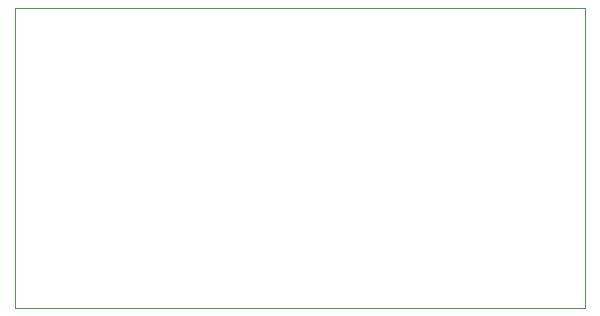
<source format=gm1>
G04 #@! TF.FileFunction,Profile,NP*
%FSLAX46Y46*%
G04 Gerber Fmt 4.6, Leading zero omitted, Abs format (unit mm)*
G04 Created by KiCad (PCBNEW 4.0.6) date Sunday, December 17, 2017 'PMt' 09:14:31 PM*
%MOMM*%
%LPD*%
G01*
G04 APERTURE LIST*
%ADD10C,0.100000*%
G04 APERTURE END LIST*
D10*
X189230000Y-86360000D02*
X140970000Y-86360000D01*
X189230000Y-111760000D02*
X189230000Y-86360000D01*
X140970000Y-111760000D02*
X189230000Y-111760000D01*
X140970000Y-86360000D02*
X140970000Y-111760000D01*
M02*

</source>
